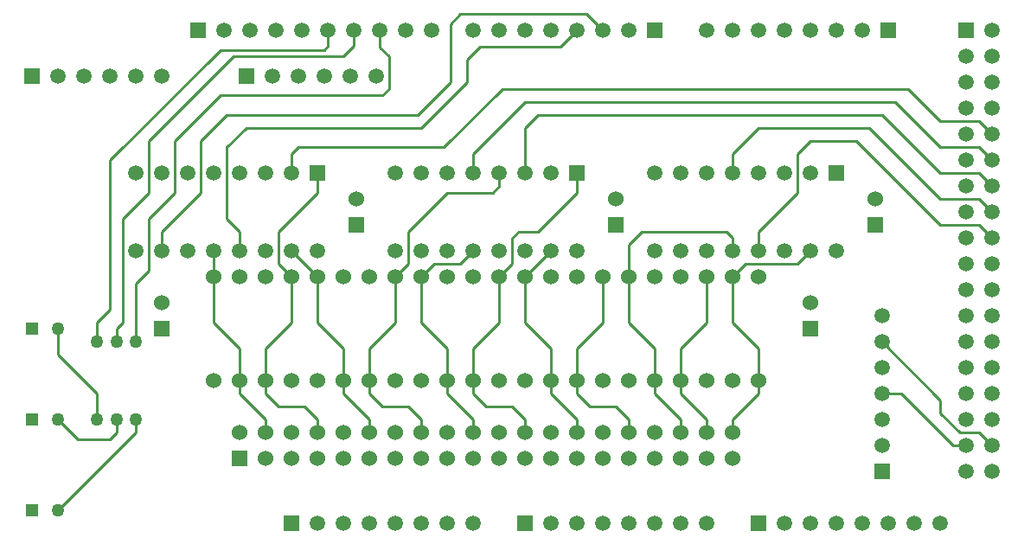
<source format=gtl>
G04 DipTrace 2.4.0.2*
%INTop.gbr*%
%MOIN*%
%ADD10C,0.01*%
%ADD16C,0.06*%
%ADD17R,0.06X0.06*%
%ADD18C,0.05*%
%ADD19R,0.05X0.05*%
%ADD20R,0.0591X0.0591*%
%ADD22C,0.0591*%
%ADD23C,0.06*%
%ADD24C,0.05*%
%ADD25C,0.01*%
%FSLAX44Y44*%
G04*
G70*
G90*
G75*
G01*
%LNTop*%
%LPD*%
X39937Y18437D2*
D10*
X37687Y20687D1*
X24437D1*
X23937Y20187D1*
Y18437D1*
X39937Y16437D2*
X36687Y19687D1*
X34937D1*
X34437Y19187D1*
Y17687D1*
X32937Y16187D1*
Y15437D1*
X39937Y20437D2*
X38687Y21687D1*
X23062D1*
X20812Y19437D1*
X15187D1*
X14937Y19187D1*
Y18437D1*
X12437Y18937D2*
Y16687D1*
X12937Y16187D1*
Y15437D1*
X11437Y18937D2*
Y17687D1*
X9937Y16187D1*
Y15437D1*
X39937Y17437D2*
X37187Y20187D1*
X32937D1*
X31937Y19187D1*
Y18437D1*
X39937Y19437D2*
X38187Y21187D1*
X23937D1*
X21937Y19187D1*
Y18437D1*
X26937Y23937D2*
X26312Y24562D1*
X21437D1*
X21062Y24187D1*
Y21937D1*
X19812Y20687D1*
X12437D1*
X11437Y19687D1*
Y19437D1*
X25937Y23937D2*
X25312Y23312D1*
X22187D1*
X21687Y22812D1*
Y21937D1*
X19937Y20187D1*
X13187D1*
X12437Y19437D1*
X8937Y11937D2*
Y14187D1*
X9437Y14687D1*
Y16687D1*
X10437Y17687D1*
Y19687D1*
X12187Y21437D1*
X18437D1*
X18687Y21687D1*
Y22937D1*
X18337Y23287D1*
Y23937D1*
X8187Y11937D2*
Y12437D1*
X8437Y12687D1*
Y16687D1*
X9437Y17687D1*
Y19687D1*
X12687Y22937D1*
X16937D1*
X17337Y23337D1*
Y23937D1*
X7437Y11937D2*
Y12687D1*
X7937Y13187D1*
Y18937D1*
X12187Y23187D1*
X16187D1*
X16337Y23337D1*
Y23937D1*
X40437Y20437D2*
X41437D1*
X41937Y19937D1*
X40437Y19437D2*
X41437D1*
X41937Y18937D1*
X40437Y18437D2*
X41437D1*
X41937Y17937D1*
X40437Y17437D2*
X41437D1*
X41937Y16937D1*
X40437Y16437D2*
X41437D1*
X41937Y15937D1*
X37687Y9937D2*
X38437D1*
X40437Y7937D1*
X40937D1*
X37687Y11937D2*
X39937Y9687D1*
Y9187D1*
X40687Y8437D1*
X41437D1*
X41937Y7937D1*
X8937Y8937D2*
Y8437D1*
X5937Y5437D1*
X7437Y8937D2*
Y9937D1*
X5937Y11437D1*
Y12437D1*
X8187Y8937D2*
Y8437D1*
X7937Y8187D1*
X6687D1*
X5937Y8937D1*
X23937Y14437D2*
Y12687D1*
X24937Y11687D1*
Y10437D1*
Y15437D2*
X23937Y14437D1*
X24937Y10437D2*
Y9937D1*
X25937Y8937D1*
Y8437D1*
X30937Y14437D2*
Y12687D1*
X29937Y11687D1*
Y10437D1*
Y9937D1*
X30937Y8937D1*
Y8437D1*
X22937Y14437D2*
Y12687D1*
X21937Y11687D1*
Y10437D1*
X25937Y18437D2*
Y17687D1*
X24437Y16187D1*
X23687D1*
X23437Y15937D1*
Y14937D1*
X22937Y14437D1*
X21937Y10437D2*
Y9937D1*
X22437Y9437D1*
X23437D1*
X23937Y8937D1*
Y8437D1*
X31937Y14437D2*
Y12687D1*
X32937Y11687D1*
Y10437D1*
X31937Y14437D2*
X32437Y14937D1*
X34437D1*
X34937Y15437D1*
X32937Y10437D2*
Y9937D1*
X31937Y8937D1*
Y8437D1*
X19937Y14437D2*
Y12687D1*
X20937Y11687D1*
Y10437D1*
X21937Y15437D2*
X21437Y14937D1*
X20437D1*
X19937Y14437D1*
X20937Y10437D2*
Y9937D1*
X21937Y8937D1*
Y8437D1*
X13937Y10437D2*
Y11687D1*
X14937Y12687D1*
Y14437D1*
X14437Y14937D1*
Y16187D1*
X15937Y17687D1*
Y18437D1*
X13937Y10437D2*
Y9937D1*
X14437Y9437D1*
X15437D1*
X15937Y8937D1*
Y8437D1*
X14937Y15437D2*
X15937Y14437D1*
Y12687D1*
X16937Y11687D1*
Y10437D1*
Y9937D1*
X17937Y8937D1*
Y8437D1*
X27937Y14437D2*
Y12687D1*
X28937Y11687D1*
Y10437D1*
X31937Y15437D2*
X31687D1*
X31937Y15687D1*
Y15937D1*
X31687Y16187D1*
X28437D1*
X27937Y15687D1*
Y14437D1*
X28937Y10437D2*
Y9937D1*
X29937Y8937D1*
Y8437D1*
X12937Y10437D2*
Y11687D1*
X11937Y12687D1*
Y14437D1*
Y15437D1*
X12937Y10437D2*
Y9937D1*
X13937Y8937D1*
Y8437D1*
X26937Y14437D2*
Y12687D1*
X25937Y11687D1*
Y10437D1*
Y9937D1*
X26437Y9437D1*
X27437D1*
X27937Y8937D1*
Y8437D1*
X17937Y10437D2*
Y11687D1*
X18937Y12687D1*
Y14437D1*
X22937Y18437D2*
Y17937D1*
X22687Y17687D1*
X20937D1*
X19437Y16187D1*
Y14937D1*
X18937Y14437D1*
X17937Y10437D2*
Y9937D1*
X18437Y9437D1*
X19437D1*
X19937Y8937D1*
Y8437D1*
D16*
X37437Y17437D3*
D17*
Y16437D3*
D16*
X27437Y17437D3*
D17*
Y16437D3*
D16*
X17437Y17437D3*
D17*
Y16437D3*
X9937Y12437D3*
D16*
Y13437D3*
D17*
X34937Y12437D3*
D16*
Y13437D3*
D18*
X5937Y5437D3*
D19*
X4937D3*
D18*
X5937Y8937D3*
D19*
X4937D3*
D18*
X5937Y12437D3*
D19*
X4937D3*
D16*
X31937Y7437D3*
X30937D3*
X29937D3*
X28937D3*
X27937D3*
X26937D3*
X25937D3*
X24937D3*
X23937D3*
X22937D3*
X21937D3*
X20937D3*
X19937D3*
X18937D3*
X17937D3*
X16937D3*
X15937D3*
X14937D3*
X13937D3*
D17*
X12937D3*
D16*
Y8437D3*
X13937D3*
X14937D3*
X15937D3*
X16937D3*
X17937D3*
X18937D3*
X19937D3*
X20937D3*
X21937D3*
X22937D3*
X23937D3*
X24937D3*
X25937D3*
X26937D3*
X27937D3*
X28937D3*
X29937D3*
X30937D3*
X31937D3*
D20*
X23937Y4937D3*
D22*
X24937D3*
X25937D3*
X26937D3*
X27937D3*
X28937D3*
X29937D3*
X30937D3*
D20*
X14937D3*
D22*
X15937D3*
X16937D3*
X17937D3*
X18937D3*
X19937D3*
X20937D3*
X21937D3*
D20*
X28937Y23937D3*
D22*
X27937D3*
X26937D3*
X25937D3*
X24937D3*
X23937D3*
X22937D3*
X21937D3*
D20*
X11337D3*
D22*
X12337D3*
X13337D3*
X14337D3*
X15337D3*
X16337D3*
X17337D3*
X18337D3*
X19337D3*
X20337D3*
D20*
X32937Y4937D3*
D22*
X33937D3*
X34937D3*
X35937D3*
X36937D3*
X37937D3*
X38937D3*
X39937D3*
D20*
X37937Y23937D3*
D22*
X36937D3*
X35937D3*
X34937D3*
X33937D3*
X32937D3*
X31937D3*
X30937D3*
D20*
X40937D3*
D22*
X41937D3*
X40937Y22937D3*
X41937D3*
X40937Y21937D3*
X41937D3*
X40937Y20937D3*
X41937D3*
X40937Y19937D3*
X41937D3*
X40937Y18937D3*
X41937D3*
X40937Y17937D3*
X41937D3*
X40937Y16937D3*
X41937D3*
X40937Y15937D3*
X41937D3*
X40937Y14937D3*
X41937D3*
X40937Y13937D3*
X41937D3*
X40937Y12937D3*
X41937D3*
X40937Y11937D3*
X41937D3*
X40937Y10937D3*
X41937D3*
X40937Y9937D3*
X41937D3*
X40937Y8937D3*
X41937D3*
X40937Y7937D3*
X41937D3*
X40937Y6937D3*
X41937D3*
D20*
X13187Y22187D3*
D22*
X14187D3*
X15187D3*
X16187D3*
X17187D3*
X18187D3*
D20*
X4937D3*
D22*
X5937D3*
X6937D3*
X7937D3*
X8937D3*
X9937D3*
D20*
X37687Y6937D3*
D22*
Y7937D3*
Y8937D3*
Y9937D3*
Y10937D3*
Y11937D3*
Y12937D3*
D16*
X32937Y14437D3*
D23*
Y10437D3*
D16*
X31937Y14437D3*
D23*
Y10437D3*
D16*
X29937Y14437D3*
D23*
Y10437D3*
D16*
X30937Y14437D3*
D23*
Y10437D3*
D16*
X28937Y14437D3*
D23*
Y10437D3*
D16*
X27937Y14437D3*
D23*
Y10437D3*
D16*
X25937Y14437D3*
D23*
Y10437D3*
D16*
X26937Y14437D3*
D23*
Y10437D3*
D16*
X24937Y14437D3*
D23*
Y10437D3*
D16*
X21937Y14437D3*
D23*
Y10437D3*
D16*
X22937Y14437D3*
D23*
Y10437D3*
D16*
X20937Y14437D3*
D23*
Y10437D3*
D16*
X19937Y14437D3*
D23*
Y10437D3*
D16*
X17937Y14437D3*
D23*
Y10437D3*
D16*
X18937Y14437D3*
D23*
Y10437D3*
D16*
X16937Y14437D3*
D23*
Y10437D3*
D16*
X15937Y14437D3*
D23*
Y10437D3*
D16*
X13937Y14437D3*
D23*
Y10437D3*
D16*
X14937Y14437D3*
D23*
Y10437D3*
D16*
X12937Y14437D3*
D23*
Y10437D3*
D16*
X11937Y14437D3*
D23*
Y10437D3*
D16*
X23937Y14437D3*
D23*
Y10437D3*
D18*
X8937Y11937D3*
D24*
Y8937D3*
D18*
X8187Y11937D3*
D24*
Y8937D3*
D18*
X7437Y11937D3*
D24*
Y8937D3*
D20*
X35937Y18437D3*
D22*
X34937D3*
X33937D3*
X32937D3*
X31937D3*
X30937D3*
X29937D3*
X28937D3*
Y15437D3*
X29937D3*
X30937D3*
X31937D3*
X32937D3*
X33937D3*
X34937D3*
X35937D3*
D20*
X25937Y18437D3*
D22*
X24937D3*
X23937D3*
X22937D3*
X21937D3*
X20937D3*
X19937D3*
X18937D3*
Y15437D3*
X19937D3*
X20937D3*
X21937D3*
X22937D3*
X23937D3*
X24937D3*
X25937D3*
D20*
X15937Y18437D3*
D22*
X14937D3*
X13937D3*
X12937D3*
X11937D3*
X10937D3*
X9937D3*
X8937D3*
Y15437D3*
X9937D3*
X10937D3*
X11937D3*
X12937D3*
X13937D3*
X14937D3*
X15937D3*
D25*
X39937Y16437D3*
X40437D3*
X39937Y18437D3*
X40437D3*
X12437Y18937D3*
Y19437D3*
X11437Y18937D3*
Y19437D3*
X40437Y20437D3*
X39937D3*
X40437Y17437D3*
X39937D3*
X40437Y19437D3*
X39937D3*
Y16437D2*
D10*
X40437D1*
X39937Y18437D2*
X40437D1*
X12437Y18937D2*
Y19437D1*
X11437Y18937D2*
Y19437D1*
X40437Y20437D2*
X39937D1*
X40437Y17437D2*
X39937D1*
X40437Y19437D2*
X39937D1*
M02*

</source>
